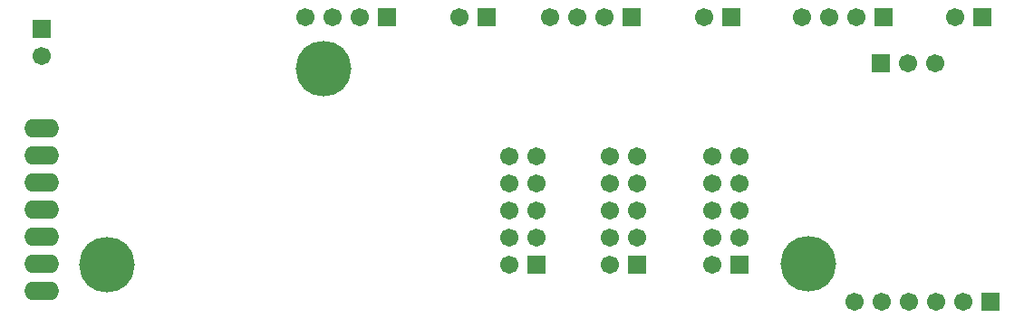
<source format=gbs>
G04 Layer_Color=16711935*
%FSLAX23Y23*%
%MOIN*%
G70*
G01*
G75*
%ADD84C,0.067*%
%ADD85R,0.067X0.067*%
%ADD86O,0.128X0.068*%
%ADD87C,0.205*%
%ADD88R,0.067X0.067*%
D84*
X2229Y600D02*
D03*
X2329D02*
D03*
X2229Y500D02*
D03*
X2329D02*
D03*
X2229Y400D02*
D03*
X2329D02*
D03*
X2229Y300D02*
D03*
X2329D02*
D03*
X2229Y200D02*
D03*
X2600Y600D02*
D03*
X2700D02*
D03*
X2600Y500D02*
D03*
X2700D02*
D03*
X2600Y400D02*
D03*
X2700D02*
D03*
X2600Y300D02*
D03*
X2700D02*
D03*
X2600Y200D02*
D03*
X2975Y600D02*
D03*
X3075D02*
D03*
X2975Y500D02*
D03*
X3075D02*
D03*
X2975Y400D02*
D03*
X3075D02*
D03*
X2975Y300D02*
D03*
X3075D02*
D03*
X2975Y200D02*
D03*
X510Y970D02*
D03*
X1480Y1115D02*
D03*
X1580D02*
D03*
X1680D02*
D03*
X2045D02*
D03*
X2380D02*
D03*
X2480D02*
D03*
X2580D02*
D03*
X2945D02*
D03*
X3305D02*
D03*
X3405D02*
D03*
X3505D02*
D03*
X3870D02*
D03*
X3500Y65D02*
D03*
X3600D02*
D03*
X3700D02*
D03*
X3800D02*
D03*
X3900D02*
D03*
X3795Y945D02*
D03*
X3695D02*
D03*
D85*
X2329Y200D02*
D03*
X2700D02*
D03*
X3075D02*
D03*
X510Y1070D02*
D03*
D86*
Y305D02*
D03*
Y405D02*
D03*
Y505D02*
D03*
Y205D02*
D03*
Y105D02*
D03*
Y605D02*
D03*
Y705D02*
D03*
D87*
X3330Y205D02*
D03*
X1545Y925D02*
D03*
X750Y200D02*
D03*
D88*
X1780Y1115D02*
D03*
X2145D02*
D03*
X2680D02*
D03*
X3045D02*
D03*
X3605D02*
D03*
X3970D02*
D03*
X4000Y65D02*
D03*
X3595Y945D02*
D03*
M02*

</source>
